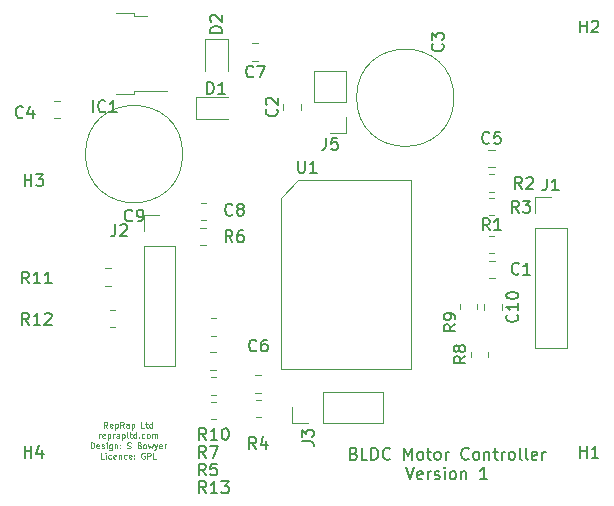
<source format=gbr>
%TF.GenerationSoftware,KiCad,Pcbnew,5.1.10-88a1d61d58~90~ubuntu20.04.1*%
%TF.CreationDate,2021-10-19T17:00:37+01:00*%
%TF.ProjectId,L6235-breakout,4c363233-352d-4627-9265-616b6f75742e,rev?*%
%TF.SameCoordinates,Original*%
%TF.FileFunction,Legend,Top*%
%TF.FilePolarity,Positive*%
%FSLAX46Y46*%
G04 Gerber Fmt 4.6, Leading zero omitted, Abs format (unit mm)*
G04 Created by KiCad (PCBNEW 5.1.10-88a1d61d58~90~ubuntu20.04.1) date 2021-10-19 17:00:37*
%MOMM*%
%LPD*%
G01*
G04 APERTURE LIST*
%ADD10C,0.150000*%
%ADD11C,0.125000*%
%ADD12C,0.120000*%
G04 APERTURE END LIST*
D10*
X32119047Y-186103571D02*
X32261904Y-186151190D01*
X32309523Y-186198809D01*
X32357142Y-186294047D01*
X32357142Y-186436904D01*
X32309523Y-186532142D01*
X32261904Y-186579761D01*
X32166666Y-186627380D01*
X31785714Y-186627380D01*
X31785714Y-185627380D01*
X32119047Y-185627380D01*
X32214285Y-185675000D01*
X32261904Y-185722619D01*
X32309523Y-185817857D01*
X32309523Y-185913095D01*
X32261904Y-186008333D01*
X32214285Y-186055952D01*
X32119047Y-186103571D01*
X31785714Y-186103571D01*
X33261904Y-186627380D02*
X32785714Y-186627380D01*
X32785714Y-185627380D01*
X33595238Y-186627380D02*
X33595238Y-185627380D01*
X33833333Y-185627380D01*
X33976190Y-185675000D01*
X34071428Y-185770238D01*
X34119047Y-185865476D01*
X34166666Y-186055952D01*
X34166666Y-186198809D01*
X34119047Y-186389285D01*
X34071428Y-186484523D01*
X33976190Y-186579761D01*
X33833333Y-186627380D01*
X33595238Y-186627380D01*
X35166666Y-186532142D02*
X35119047Y-186579761D01*
X34976190Y-186627380D01*
X34880952Y-186627380D01*
X34738095Y-186579761D01*
X34642857Y-186484523D01*
X34595238Y-186389285D01*
X34547619Y-186198809D01*
X34547619Y-186055952D01*
X34595238Y-185865476D01*
X34642857Y-185770238D01*
X34738095Y-185675000D01*
X34880952Y-185627380D01*
X34976190Y-185627380D01*
X35119047Y-185675000D01*
X35166666Y-185722619D01*
X36357142Y-186627380D02*
X36357142Y-185627380D01*
X36690476Y-186341666D01*
X37023809Y-185627380D01*
X37023809Y-186627380D01*
X37642857Y-186627380D02*
X37547619Y-186579761D01*
X37500000Y-186532142D01*
X37452380Y-186436904D01*
X37452380Y-186151190D01*
X37500000Y-186055952D01*
X37547619Y-186008333D01*
X37642857Y-185960714D01*
X37785714Y-185960714D01*
X37880952Y-186008333D01*
X37928571Y-186055952D01*
X37976190Y-186151190D01*
X37976190Y-186436904D01*
X37928571Y-186532142D01*
X37880952Y-186579761D01*
X37785714Y-186627380D01*
X37642857Y-186627380D01*
X38261904Y-185960714D02*
X38642857Y-185960714D01*
X38404761Y-185627380D02*
X38404761Y-186484523D01*
X38452380Y-186579761D01*
X38547619Y-186627380D01*
X38642857Y-186627380D01*
X39119047Y-186627380D02*
X39023809Y-186579761D01*
X38976190Y-186532142D01*
X38928571Y-186436904D01*
X38928571Y-186151190D01*
X38976190Y-186055952D01*
X39023809Y-186008333D01*
X39119047Y-185960714D01*
X39261904Y-185960714D01*
X39357142Y-186008333D01*
X39404761Y-186055952D01*
X39452380Y-186151190D01*
X39452380Y-186436904D01*
X39404761Y-186532142D01*
X39357142Y-186579761D01*
X39261904Y-186627380D01*
X39119047Y-186627380D01*
X39880952Y-186627380D02*
X39880952Y-185960714D01*
X39880952Y-186151190D02*
X39928571Y-186055952D01*
X39976190Y-186008333D01*
X40071428Y-185960714D01*
X40166666Y-185960714D01*
X41833333Y-186532142D02*
X41785714Y-186579761D01*
X41642857Y-186627380D01*
X41547619Y-186627380D01*
X41404761Y-186579761D01*
X41309523Y-186484523D01*
X41261904Y-186389285D01*
X41214285Y-186198809D01*
X41214285Y-186055952D01*
X41261904Y-185865476D01*
X41309523Y-185770238D01*
X41404761Y-185675000D01*
X41547619Y-185627380D01*
X41642857Y-185627380D01*
X41785714Y-185675000D01*
X41833333Y-185722619D01*
X42404761Y-186627380D02*
X42309523Y-186579761D01*
X42261904Y-186532142D01*
X42214285Y-186436904D01*
X42214285Y-186151190D01*
X42261904Y-186055952D01*
X42309523Y-186008333D01*
X42404761Y-185960714D01*
X42547619Y-185960714D01*
X42642857Y-186008333D01*
X42690476Y-186055952D01*
X42738095Y-186151190D01*
X42738095Y-186436904D01*
X42690476Y-186532142D01*
X42642857Y-186579761D01*
X42547619Y-186627380D01*
X42404761Y-186627380D01*
X43166666Y-185960714D02*
X43166666Y-186627380D01*
X43166666Y-186055952D02*
X43214285Y-186008333D01*
X43309523Y-185960714D01*
X43452380Y-185960714D01*
X43547619Y-186008333D01*
X43595238Y-186103571D01*
X43595238Y-186627380D01*
X43928571Y-185960714D02*
X44309523Y-185960714D01*
X44071428Y-185627380D02*
X44071428Y-186484523D01*
X44119047Y-186579761D01*
X44214285Y-186627380D01*
X44309523Y-186627380D01*
X44642857Y-186627380D02*
X44642857Y-185960714D01*
X44642857Y-186151190D02*
X44690476Y-186055952D01*
X44738095Y-186008333D01*
X44833333Y-185960714D01*
X44928571Y-185960714D01*
X45404761Y-186627380D02*
X45309523Y-186579761D01*
X45261904Y-186532142D01*
X45214285Y-186436904D01*
X45214285Y-186151190D01*
X45261904Y-186055952D01*
X45309523Y-186008333D01*
X45404761Y-185960714D01*
X45547619Y-185960714D01*
X45642857Y-186008333D01*
X45690476Y-186055952D01*
X45738095Y-186151190D01*
X45738095Y-186436904D01*
X45690476Y-186532142D01*
X45642857Y-186579761D01*
X45547619Y-186627380D01*
X45404761Y-186627380D01*
X46309523Y-186627380D02*
X46214285Y-186579761D01*
X46166666Y-186484523D01*
X46166666Y-185627380D01*
X46833333Y-186627380D02*
X46738095Y-186579761D01*
X46690476Y-186484523D01*
X46690476Y-185627380D01*
X47595238Y-186579761D02*
X47500000Y-186627380D01*
X47309523Y-186627380D01*
X47214285Y-186579761D01*
X47166666Y-186484523D01*
X47166666Y-186103571D01*
X47214285Y-186008333D01*
X47309523Y-185960714D01*
X47500000Y-185960714D01*
X47595238Y-186008333D01*
X47642857Y-186103571D01*
X47642857Y-186198809D01*
X47166666Y-186294047D01*
X48071428Y-186627380D02*
X48071428Y-185960714D01*
X48071428Y-186151190D02*
X48119047Y-186055952D01*
X48166666Y-186008333D01*
X48261904Y-185960714D01*
X48357142Y-185960714D01*
X36523809Y-187277380D02*
X36857142Y-188277380D01*
X37190476Y-187277380D01*
X37904761Y-188229761D02*
X37809523Y-188277380D01*
X37619047Y-188277380D01*
X37523809Y-188229761D01*
X37476190Y-188134523D01*
X37476190Y-187753571D01*
X37523809Y-187658333D01*
X37619047Y-187610714D01*
X37809523Y-187610714D01*
X37904761Y-187658333D01*
X37952380Y-187753571D01*
X37952380Y-187848809D01*
X37476190Y-187944047D01*
X38380952Y-188277380D02*
X38380952Y-187610714D01*
X38380952Y-187801190D02*
X38428571Y-187705952D01*
X38476190Y-187658333D01*
X38571428Y-187610714D01*
X38666666Y-187610714D01*
X38952380Y-188229761D02*
X39047619Y-188277380D01*
X39238095Y-188277380D01*
X39333333Y-188229761D01*
X39380952Y-188134523D01*
X39380952Y-188086904D01*
X39333333Y-187991666D01*
X39238095Y-187944047D01*
X39095238Y-187944047D01*
X39000000Y-187896428D01*
X38952380Y-187801190D01*
X38952380Y-187753571D01*
X39000000Y-187658333D01*
X39095238Y-187610714D01*
X39238095Y-187610714D01*
X39333333Y-187658333D01*
X39809523Y-188277380D02*
X39809523Y-187610714D01*
X39809523Y-187277380D02*
X39761904Y-187325000D01*
X39809523Y-187372619D01*
X39857142Y-187325000D01*
X39809523Y-187277380D01*
X39809523Y-187372619D01*
X40428571Y-188277380D02*
X40333333Y-188229761D01*
X40285714Y-188182142D01*
X40238095Y-188086904D01*
X40238095Y-187801190D01*
X40285714Y-187705952D01*
X40333333Y-187658333D01*
X40428571Y-187610714D01*
X40571428Y-187610714D01*
X40666666Y-187658333D01*
X40714285Y-187705952D01*
X40761904Y-187801190D01*
X40761904Y-188086904D01*
X40714285Y-188182142D01*
X40666666Y-188229761D01*
X40571428Y-188277380D01*
X40428571Y-188277380D01*
X41190476Y-187610714D02*
X41190476Y-188277380D01*
X41190476Y-187705952D02*
X41238095Y-187658333D01*
X41333333Y-187610714D01*
X41476190Y-187610714D01*
X41571428Y-187658333D01*
X41619047Y-187753571D01*
X41619047Y-188277380D01*
X43380952Y-188277380D02*
X42809523Y-188277380D01*
X43095238Y-188277380D02*
X43095238Y-187277380D01*
X43000000Y-187420238D01*
X42904761Y-187515476D01*
X42809523Y-187563095D01*
D11*
X11250000Y-183913690D02*
X11083333Y-183675595D01*
X10964285Y-183913690D02*
X10964285Y-183413690D01*
X11154761Y-183413690D01*
X11202380Y-183437500D01*
X11226190Y-183461309D01*
X11250000Y-183508928D01*
X11250000Y-183580357D01*
X11226190Y-183627976D01*
X11202380Y-183651785D01*
X11154761Y-183675595D01*
X10964285Y-183675595D01*
X11654761Y-183889880D02*
X11607142Y-183913690D01*
X11511904Y-183913690D01*
X11464285Y-183889880D01*
X11440476Y-183842261D01*
X11440476Y-183651785D01*
X11464285Y-183604166D01*
X11511904Y-183580357D01*
X11607142Y-183580357D01*
X11654761Y-183604166D01*
X11678571Y-183651785D01*
X11678571Y-183699404D01*
X11440476Y-183747023D01*
X11892857Y-183580357D02*
X11892857Y-184080357D01*
X11892857Y-183604166D02*
X11940476Y-183580357D01*
X12035714Y-183580357D01*
X12083333Y-183604166D01*
X12107142Y-183627976D01*
X12130952Y-183675595D01*
X12130952Y-183818452D01*
X12107142Y-183866071D01*
X12083333Y-183889880D01*
X12035714Y-183913690D01*
X11940476Y-183913690D01*
X11892857Y-183889880D01*
X12630952Y-183913690D02*
X12464285Y-183675595D01*
X12345238Y-183913690D02*
X12345238Y-183413690D01*
X12535714Y-183413690D01*
X12583333Y-183437500D01*
X12607142Y-183461309D01*
X12630952Y-183508928D01*
X12630952Y-183580357D01*
X12607142Y-183627976D01*
X12583333Y-183651785D01*
X12535714Y-183675595D01*
X12345238Y-183675595D01*
X13059523Y-183913690D02*
X13059523Y-183651785D01*
X13035714Y-183604166D01*
X12988095Y-183580357D01*
X12892857Y-183580357D01*
X12845238Y-183604166D01*
X13059523Y-183889880D02*
X13011904Y-183913690D01*
X12892857Y-183913690D01*
X12845238Y-183889880D01*
X12821428Y-183842261D01*
X12821428Y-183794642D01*
X12845238Y-183747023D01*
X12892857Y-183723214D01*
X13011904Y-183723214D01*
X13059523Y-183699404D01*
X13297619Y-183580357D02*
X13297619Y-184080357D01*
X13297619Y-183604166D02*
X13345238Y-183580357D01*
X13440476Y-183580357D01*
X13488095Y-183604166D01*
X13511904Y-183627976D01*
X13535714Y-183675595D01*
X13535714Y-183818452D01*
X13511904Y-183866071D01*
X13488095Y-183889880D01*
X13440476Y-183913690D01*
X13345238Y-183913690D01*
X13297619Y-183889880D01*
X14369047Y-183913690D02*
X14130952Y-183913690D01*
X14130952Y-183413690D01*
X14464285Y-183580357D02*
X14654761Y-183580357D01*
X14535714Y-183413690D02*
X14535714Y-183842261D01*
X14559523Y-183889880D01*
X14607142Y-183913690D01*
X14654761Y-183913690D01*
X15035714Y-183913690D02*
X15035714Y-183413690D01*
X15035714Y-183889880D02*
X14988095Y-183913690D01*
X14892857Y-183913690D01*
X14845238Y-183889880D01*
X14821428Y-183866071D01*
X14797619Y-183818452D01*
X14797619Y-183675595D01*
X14821428Y-183627976D01*
X14845238Y-183604166D01*
X14892857Y-183580357D01*
X14988095Y-183580357D01*
X15035714Y-183604166D01*
X10523809Y-184788690D02*
X10523809Y-184455357D01*
X10523809Y-184550595D02*
X10547619Y-184502976D01*
X10571428Y-184479166D01*
X10619047Y-184455357D01*
X10666666Y-184455357D01*
X11023809Y-184764880D02*
X10976190Y-184788690D01*
X10880952Y-184788690D01*
X10833333Y-184764880D01*
X10809523Y-184717261D01*
X10809523Y-184526785D01*
X10833333Y-184479166D01*
X10880952Y-184455357D01*
X10976190Y-184455357D01*
X11023809Y-184479166D01*
X11047619Y-184526785D01*
X11047619Y-184574404D01*
X10809523Y-184622023D01*
X11261904Y-184455357D02*
X11261904Y-184955357D01*
X11261904Y-184479166D02*
X11309523Y-184455357D01*
X11404761Y-184455357D01*
X11452380Y-184479166D01*
X11476190Y-184502976D01*
X11500000Y-184550595D01*
X11500000Y-184693452D01*
X11476190Y-184741071D01*
X11452380Y-184764880D01*
X11404761Y-184788690D01*
X11309523Y-184788690D01*
X11261904Y-184764880D01*
X11714285Y-184788690D02*
X11714285Y-184455357D01*
X11714285Y-184550595D02*
X11738095Y-184502976D01*
X11761904Y-184479166D01*
X11809523Y-184455357D01*
X11857142Y-184455357D01*
X12238095Y-184788690D02*
X12238095Y-184526785D01*
X12214285Y-184479166D01*
X12166666Y-184455357D01*
X12071428Y-184455357D01*
X12023809Y-184479166D01*
X12238095Y-184764880D02*
X12190476Y-184788690D01*
X12071428Y-184788690D01*
X12023809Y-184764880D01*
X12000000Y-184717261D01*
X12000000Y-184669642D01*
X12023809Y-184622023D01*
X12071428Y-184598214D01*
X12190476Y-184598214D01*
X12238095Y-184574404D01*
X12476190Y-184455357D02*
X12476190Y-184955357D01*
X12476190Y-184479166D02*
X12523809Y-184455357D01*
X12619047Y-184455357D01*
X12666666Y-184479166D01*
X12690476Y-184502976D01*
X12714285Y-184550595D01*
X12714285Y-184693452D01*
X12690476Y-184741071D01*
X12666666Y-184764880D01*
X12619047Y-184788690D01*
X12523809Y-184788690D01*
X12476190Y-184764880D01*
X13000000Y-184788690D02*
X12952380Y-184764880D01*
X12928571Y-184717261D01*
X12928571Y-184288690D01*
X13119047Y-184455357D02*
X13309523Y-184455357D01*
X13190476Y-184288690D02*
X13190476Y-184717261D01*
X13214285Y-184764880D01*
X13261904Y-184788690D01*
X13309523Y-184788690D01*
X13690476Y-184788690D02*
X13690476Y-184288690D01*
X13690476Y-184764880D02*
X13642857Y-184788690D01*
X13547619Y-184788690D01*
X13500000Y-184764880D01*
X13476190Y-184741071D01*
X13452380Y-184693452D01*
X13452380Y-184550595D01*
X13476190Y-184502976D01*
X13500000Y-184479166D01*
X13547619Y-184455357D01*
X13642857Y-184455357D01*
X13690476Y-184479166D01*
X13928571Y-184741071D02*
X13952380Y-184764880D01*
X13928571Y-184788690D01*
X13904761Y-184764880D01*
X13928571Y-184741071D01*
X13928571Y-184788690D01*
X14380952Y-184764880D02*
X14333333Y-184788690D01*
X14238095Y-184788690D01*
X14190476Y-184764880D01*
X14166666Y-184741071D01*
X14142857Y-184693452D01*
X14142857Y-184550595D01*
X14166666Y-184502976D01*
X14190476Y-184479166D01*
X14238095Y-184455357D01*
X14333333Y-184455357D01*
X14380952Y-184479166D01*
X14666666Y-184788690D02*
X14619047Y-184764880D01*
X14595238Y-184741071D01*
X14571428Y-184693452D01*
X14571428Y-184550595D01*
X14595238Y-184502976D01*
X14619047Y-184479166D01*
X14666666Y-184455357D01*
X14738095Y-184455357D01*
X14785714Y-184479166D01*
X14809523Y-184502976D01*
X14833333Y-184550595D01*
X14833333Y-184693452D01*
X14809523Y-184741071D01*
X14785714Y-184764880D01*
X14738095Y-184788690D01*
X14666666Y-184788690D01*
X15047619Y-184788690D02*
X15047619Y-184455357D01*
X15047619Y-184502976D02*
X15071428Y-184479166D01*
X15119047Y-184455357D01*
X15190476Y-184455357D01*
X15238095Y-184479166D01*
X15261904Y-184526785D01*
X15261904Y-184788690D01*
X15261904Y-184526785D02*
X15285714Y-184479166D01*
X15333333Y-184455357D01*
X15404761Y-184455357D01*
X15452380Y-184479166D01*
X15476190Y-184526785D01*
X15476190Y-184788690D01*
X9845238Y-185663690D02*
X9845238Y-185163690D01*
X9964285Y-185163690D01*
X10035714Y-185187500D01*
X10083333Y-185235119D01*
X10107142Y-185282738D01*
X10130952Y-185377976D01*
X10130952Y-185449404D01*
X10107142Y-185544642D01*
X10083333Y-185592261D01*
X10035714Y-185639880D01*
X9964285Y-185663690D01*
X9845238Y-185663690D01*
X10535714Y-185639880D02*
X10488095Y-185663690D01*
X10392857Y-185663690D01*
X10345238Y-185639880D01*
X10321428Y-185592261D01*
X10321428Y-185401785D01*
X10345238Y-185354166D01*
X10392857Y-185330357D01*
X10488095Y-185330357D01*
X10535714Y-185354166D01*
X10559523Y-185401785D01*
X10559523Y-185449404D01*
X10321428Y-185497023D01*
X10750000Y-185639880D02*
X10797619Y-185663690D01*
X10892857Y-185663690D01*
X10940476Y-185639880D01*
X10964285Y-185592261D01*
X10964285Y-185568452D01*
X10940476Y-185520833D01*
X10892857Y-185497023D01*
X10821428Y-185497023D01*
X10773809Y-185473214D01*
X10750000Y-185425595D01*
X10750000Y-185401785D01*
X10773809Y-185354166D01*
X10821428Y-185330357D01*
X10892857Y-185330357D01*
X10940476Y-185354166D01*
X11178571Y-185663690D02*
X11178571Y-185330357D01*
X11178571Y-185163690D02*
X11154761Y-185187500D01*
X11178571Y-185211309D01*
X11202380Y-185187500D01*
X11178571Y-185163690D01*
X11178571Y-185211309D01*
X11630952Y-185330357D02*
X11630952Y-185735119D01*
X11607142Y-185782738D01*
X11583333Y-185806547D01*
X11535714Y-185830357D01*
X11464285Y-185830357D01*
X11416666Y-185806547D01*
X11630952Y-185639880D02*
X11583333Y-185663690D01*
X11488095Y-185663690D01*
X11440476Y-185639880D01*
X11416666Y-185616071D01*
X11392857Y-185568452D01*
X11392857Y-185425595D01*
X11416666Y-185377976D01*
X11440476Y-185354166D01*
X11488095Y-185330357D01*
X11583333Y-185330357D01*
X11630952Y-185354166D01*
X11869047Y-185330357D02*
X11869047Y-185663690D01*
X11869047Y-185377976D02*
X11892857Y-185354166D01*
X11940476Y-185330357D01*
X12011904Y-185330357D01*
X12059523Y-185354166D01*
X12083333Y-185401785D01*
X12083333Y-185663690D01*
X12321428Y-185616071D02*
X12345238Y-185639880D01*
X12321428Y-185663690D01*
X12297619Y-185639880D01*
X12321428Y-185616071D01*
X12321428Y-185663690D01*
X12321428Y-185354166D02*
X12345238Y-185377976D01*
X12321428Y-185401785D01*
X12297619Y-185377976D01*
X12321428Y-185354166D01*
X12321428Y-185401785D01*
X12916666Y-185639880D02*
X12988095Y-185663690D01*
X13107142Y-185663690D01*
X13154761Y-185639880D01*
X13178571Y-185616071D01*
X13202380Y-185568452D01*
X13202380Y-185520833D01*
X13178571Y-185473214D01*
X13154761Y-185449404D01*
X13107142Y-185425595D01*
X13011904Y-185401785D01*
X12964285Y-185377976D01*
X12940476Y-185354166D01*
X12916666Y-185306547D01*
X12916666Y-185258928D01*
X12940476Y-185211309D01*
X12964285Y-185187500D01*
X13011904Y-185163690D01*
X13130952Y-185163690D01*
X13202380Y-185187500D01*
X13964285Y-185401785D02*
X14035714Y-185425595D01*
X14059523Y-185449404D01*
X14083333Y-185497023D01*
X14083333Y-185568452D01*
X14059523Y-185616071D01*
X14035714Y-185639880D01*
X13988095Y-185663690D01*
X13797619Y-185663690D01*
X13797619Y-185163690D01*
X13964285Y-185163690D01*
X14011904Y-185187500D01*
X14035714Y-185211309D01*
X14059523Y-185258928D01*
X14059523Y-185306547D01*
X14035714Y-185354166D01*
X14011904Y-185377976D01*
X13964285Y-185401785D01*
X13797619Y-185401785D01*
X14369047Y-185663690D02*
X14321428Y-185639880D01*
X14297619Y-185616071D01*
X14273809Y-185568452D01*
X14273809Y-185425595D01*
X14297619Y-185377976D01*
X14321428Y-185354166D01*
X14369047Y-185330357D01*
X14440476Y-185330357D01*
X14488095Y-185354166D01*
X14511904Y-185377976D01*
X14535714Y-185425595D01*
X14535714Y-185568452D01*
X14511904Y-185616071D01*
X14488095Y-185639880D01*
X14440476Y-185663690D01*
X14369047Y-185663690D01*
X14702380Y-185330357D02*
X14797619Y-185663690D01*
X14892857Y-185425595D01*
X14988095Y-185663690D01*
X15083333Y-185330357D01*
X15226190Y-185330357D02*
X15345238Y-185663690D01*
X15464285Y-185330357D02*
X15345238Y-185663690D01*
X15297619Y-185782738D01*
X15273809Y-185806547D01*
X15226190Y-185830357D01*
X15845238Y-185639880D02*
X15797619Y-185663690D01*
X15702380Y-185663690D01*
X15654761Y-185639880D01*
X15630952Y-185592261D01*
X15630952Y-185401785D01*
X15654761Y-185354166D01*
X15702380Y-185330357D01*
X15797619Y-185330357D01*
X15845238Y-185354166D01*
X15869047Y-185401785D01*
X15869047Y-185449404D01*
X15630952Y-185497023D01*
X16083333Y-185663690D02*
X16083333Y-185330357D01*
X16083333Y-185425595D02*
X16107142Y-185377976D01*
X16130952Y-185354166D01*
X16178571Y-185330357D01*
X16226190Y-185330357D01*
X10940476Y-186538690D02*
X10702380Y-186538690D01*
X10702380Y-186038690D01*
X11107142Y-186538690D02*
X11107142Y-186205357D01*
X11107142Y-186038690D02*
X11083333Y-186062500D01*
X11107142Y-186086309D01*
X11130952Y-186062500D01*
X11107142Y-186038690D01*
X11107142Y-186086309D01*
X11559523Y-186514880D02*
X11511904Y-186538690D01*
X11416666Y-186538690D01*
X11369047Y-186514880D01*
X11345238Y-186491071D01*
X11321428Y-186443452D01*
X11321428Y-186300595D01*
X11345238Y-186252976D01*
X11369047Y-186229166D01*
X11416666Y-186205357D01*
X11511904Y-186205357D01*
X11559523Y-186229166D01*
X11964285Y-186514880D02*
X11916666Y-186538690D01*
X11821428Y-186538690D01*
X11773809Y-186514880D01*
X11750000Y-186467261D01*
X11750000Y-186276785D01*
X11773809Y-186229166D01*
X11821428Y-186205357D01*
X11916666Y-186205357D01*
X11964285Y-186229166D01*
X11988095Y-186276785D01*
X11988095Y-186324404D01*
X11750000Y-186372023D01*
X12202380Y-186205357D02*
X12202380Y-186538690D01*
X12202380Y-186252976D02*
X12226190Y-186229166D01*
X12273809Y-186205357D01*
X12345238Y-186205357D01*
X12392857Y-186229166D01*
X12416666Y-186276785D01*
X12416666Y-186538690D01*
X12869047Y-186514880D02*
X12821428Y-186538690D01*
X12726190Y-186538690D01*
X12678571Y-186514880D01*
X12654761Y-186491071D01*
X12630952Y-186443452D01*
X12630952Y-186300595D01*
X12654761Y-186252976D01*
X12678571Y-186229166D01*
X12726190Y-186205357D01*
X12821428Y-186205357D01*
X12869047Y-186229166D01*
X13273809Y-186514880D02*
X13226190Y-186538690D01*
X13130952Y-186538690D01*
X13083333Y-186514880D01*
X13059523Y-186467261D01*
X13059523Y-186276785D01*
X13083333Y-186229166D01*
X13130952Y-186205357D01*
X13226190Y-186205357D01*
X13273809Y-186229166D01*
X13297619Y-186276785D01*
X13297619Y-186324404D01*
X13059523Y-186372023D01*
X13511904Y-186491071D02*
X13535714Y-186514880D01*
X13511904Y-186538690D01*
X13488095Y-186514880D01*
X13511904Y-186491071D01*
X13511904Y-186538690D01*
X13511904Y-186229166D02*
X13535714Y-186252976D01*
X13511904Y-186276785D01*
X13488095Y-186252976D01*
X13511904Y-186229166D01*
X13511904Y-186276785D01*
X14392857Y-186062500D02*
X14345238Y-186038690D01*
X14273809Y-186038690D01*
X14202380Y-186062500D01*
X14154761Y-186110119D01*
X14130952Y-186157738D01*
X14107142Y-186252976D01*
X14107142Y-186324404D01*
X14130952Y-186419642D01*
X14154761Y-186467261D01*
X14202380Y-186514880D01*
X14273809Y-186538690D01*
X14321428Y-186538690D01*
X14392857Y-186514880D01*
X14416666Y-186491071D01*
X14416666Y-186324404D01*
X14321428Y-186324404D01*
X14630952Y-186538690D02*
X14630952Y-186038690D01*
X14821428Y-186038690D01*
X14869047Y-186062500D01*
X14892857Y-186086309D01*
X14916666Y-186133928D01*
X14916666Y-186205357D01*
X14892857Y-186252976D01*
X14869047Y-186276785D01*
X14821428Y-186300595D01*
X14630952Y-186300595D01*
X15369047Y-186538690D02*
X15130952Y-186538690D01*
X15130952Y-186038690D01*
D12*
%TO.C,C1*%
X43513148Y-171245200D02*
X44035652Y-171245200D01*
X43513148Y-169775200D02*
X44035652Y-169775200D01*
%TO.C,C2*%
X27620900Y-157032552D02*
X27620900Y-156510048D01*
X26150900Y-157032552D02*
X26150900Y-156510048D01*
%TO.C,C3*%
X40581700Y-155984000D02*
G75*
G03*
X40581700Y-155984000I-4120000J0D01*
G01*
%TO.C,C5*%
X43500448Y-160364500D02*
X44022952Y-160364500D01*
X43500448Y-161834500D02*
X44022952Y-161834500D01*
%TO.C,C6*%
X23764648Y-180948000D02*
X24287152Y-180948000D01*
X23764648Y-179478000D02*
X24287152Y-179478000D01*
%TO.C,C7*%
X24022952Y-152855600D02*
X23500448Y-152855600D01*
X24022952Y-151385600D02*
X23500448Y-151385600D01*
%TO.C,C8*%
X19083348Y-166993900D02*
X19605852Y-166993900D01*
X19083348Y-168463900D02*
X19605852Y-168463900D01*
%TO.C,C10*%
X43153700Y-173436648D02*
X43153700Y-173959152D01*
X44623700Y-173436648D02*
X44623700Y-173959152D01*
%TO.C,D1*%
X18747000Y-157805000D02*
X21432000Y-157805000D01*
X18747000Y-155885000D02*
X18747000Y-157805000D01*
X21432000Y-155885000D02*
X18747000Y-155885000D01*
%TO.C,D2*%
X21432400Y-153727900D02*
X21432400Y-151042900D01*
X21432400Y-151042900D02*
X19512400Y-151042900D01*
X19512400Y-151042900D02*
X19512400Y-153727900D01*
%TO.C,J1*%
X47463400Y-164379600D02*
X48793400Y-164379600D01*
X47463400Y-165709600D02*
X47463400Y-164379600D01*
X47463400Y-166979600D02*
X50123400Y-166979600D01*
X50123400Y-166979600D02*
X50123400Y-177199600D01*
X47463400Y-166979600D02*
X47463400Y-177199600D01*
X47463400Y-177199600D02*
X50123400Y-177199600D01*
%TO.C,J2*%
X14303700Y-178736300D02*
X16963700Y-178736300D01*
X14303700Y-168516300D02*
X14303700Y-178736300D01*
X16963700Y-168516300D02*
X16963700Y-178736300D01*
X14303700Y-168516300D02*
X16963700Y-168516300D01*
X14303700Y-167246300D02*
X14303700Y-165916300D01*
X14303700Y-165916300D02*
X15633700Y-165916300D01*
%TO.C,J3*%
X34604000Y-183524200D02*
X34604000Y-180864200D01*
X29464000Y-183524200D02*
X34604000Y-183524200D01*
X29464000Y-180864200D02*
X34604000Y-180864200D01*
X29464000Y-183524200D02*
X29464000Y-180864200D01*
X28194000Y-183524200D02*
X26864000Y-183524200D01*
X26864000Y-183524200D02*
X26864000Y-182194200D01*
%TO.C,J5*%
X31416300Y-153737000D02*
X28756300Y-153737000D01*
X31416300Y-156337000D02*
X31416300Y-153737000D01*
X28756300Y-156337000D02*
X28756300Y-153737000D01*
X31416300Y-156337000D02*
X28756300Y-156337000D01*
X31416300Y-157607000D02*
X31416300Y-158937000D01*
X31416300Y-158937000D02*
X30086300Y-158937000D01*
%TO.C,R1*%
X43547936Y-167667000D02*
X44002064Y-167667000D01*
X43547936Y-169137000D02*
X44002064Y-169137000D01*
%TO.C,R2*%
X43535236Y-165898500D02*
X43989364Y-165898500D01*
X43535236Y-164428500D02*
X43989364Y-164428500D01*
%TO.C,R3*%
X43989364Y-163930000D02*
X43535236Y-163930000D01*
X43989364Y-162460000D02*
X43535236Y-162460000D01*
%TO.C,R4*%
X23812136Y-181573500D02*
X24266264Y-181573500D01*
X23812136Y-183043500D02*
X24266264Y-183043500D01*
%TO.C,R5*%
X19993236Y-179643100D02*
X20447364Y-179643100D01*
X19993236Y-181113100D02*
X20447364Y-181113100D01*
%TO.C,R6*%
X19609164Y-164873000D02*
X19155036Y-164873000D01*
X19609164Y-166343000D02*
X19155036Y-166343000D01*
%TO.C,R7*%
X19955136Y-177534900D02*
X20409264Y-177534900D01*
X19955136Y-179004900D02*
X20409264Y-179004900D01*
%TO.C,R8*%
X43483200Y-177925464D02*
X43483200Y-177471336D01*
X42013200Y-177925464D02*
X42013200Y-177471336D01*
%TO.C,R9*%
X42530700Y-173420036D02*
X42530700Y-173874164D01*
X41060700Y-173420036D02*
X41060700Y-173874164D01*
%TO.C,R10*%
X20018636Y-176122000D02*
X20472764Y-176122000D01*
X20018636Y-174652000D02*
X20472764Y-174652000D01*
%TO.C,R11*%
X11074036Y-170422900D02*
X11528164Y-170422900D01*
X11074036Y-171892900D02*
X11528164Y-171892900D01*
%TO.C,R12*%
X11429636Y-175385400D02*
X11883764Y-175385400D01*
X11429636Y-173915400D02*
X11883764Y-173915400D01*
%TO.C,R13*%
X20018636Y-183221300D02*
X20472764Y-183221300D01*
X20018636Y-181751300D02*
X20472764Y-181751300D01*
%TO.C,U1*%
X36907100Y-178980100D02*
X25907100Y-178980100D01*
X36907100Y-162980100D02*
X36907100Y-178980100D01*
X25907100Y-164480100D02*
X27407100Y-162980100D01*
X25907100Y-178980100D02*
X25907100Y-164480100D01*
X27407100Y-162980100D02*
X36907100Y-162980100D01*
%TO.C,C9*%
X17620000Y-160750000D02*
G75*
G03*
X17620000Y-160750000I-4120000J0D01*
G01*
%TO.C,IC1*%
X11970000Y-155700000D02*
X13470000Y-155700000D01*
X13470000Y-155700000D02*
X13470000Y-155430000D01*
X13470000Y-155430000D02*
X16300000Y-155430000D01*
X11970000Y-148800000D02*
X13470000Y-148800000D01*
X13470000Y-148800000D02*
X13470000Y-149070000D01*
X13470000Y-149070000D02*
X14570000Y-149070000D01*
%TO.C,C4*%
X6738748Y-156265000D02*
X7261252Y-156265000D01*
X6738748Y-157735000D02*
X7261252Y-157735000D01*
%TO.C,C1*%
D10*
X46083333Y-170857142D02*
X46035714Y-170904761D01*
X45892857Y-170952380D01*
X45797619Y-170952380D01*
X45654761Y-170904761D01*
X45559523Y-170809523D01*
X45511904Y-170714285D01*
X45464285Y-170523809D01*
X45464285Y-170380952D01*
X45511904Y-170190476D01*
X45559523Y-170095238D01*
X45654761Y-170000000D01*
X45797619Y-169952380D01*
X45892857Y-169952380D01*
X46035714Y-170000000D01*
X46083333Y-170047619D01*
X47035714Y-170952380D02*
X46464285Y-170952380D01*
X46750000Y-170952380D02*
X46750000Y-169952380D01*
X46654761Y-170095238D01*
X46559523Y-170190476D01*
X46464285Y-170238095D01*
%TO.C,C2*%
X25563042Y-156937966D02*
X25610661Y-156985585D01*
X25658280Y-157128442D01*
X25658280Y-157223680D01*
X25610661Y-157366538D01*
X25515423Y-157461776D01*
X25420185Y-157509395D01*
X25229709Y-157557014D01*
X25086852Y-157557014D01*
X24896376Y-157509395D01*
X24801138Y-157461776D01*
X24705900Y-157366538D01*
X24658280Y-157223680D01*
X24658280Y-157128442D01*
X24705900Y-156985585D01*
X24753519Y-156937966D01*
X24753519Y-156557014D02*
X24705900Y-156509395D01*
X24658280Y-156414157D01*
X24658280Y-156176061D01*
X24705900Y-156080823D01*
X24753519Y-156033204D01*
X24848757Y-155985585D01*
X24943995Y-155985585D01*
X25086852Y-156033204D01*
X25658280Y-156604633D01*
X25658280Y-155985585D01*
%TO.C,C3*%
X39607142Y-151416666D02*
X39654761Y-151464285D01*
X39702380Y-151607142D01*
X39702380Y-151702380D01*
X39654761Y-151845238D01*
X39559523Y-151940476D01*
X39464285Y-151988095D01*
X39273809Y-152035714D01*
X39130952Y-152035714D01*
X38940476Y-151988095D01*
X38845238Y-151940476D01*
X38750000Y-151845238D01*
X38702380Y-151702380D01*
X38702380Y-151607142D01*
X38750000Y-151464285D01*
X38797619Y-151416666D01*
X38702380Y-151083333D02*
X38702380Y-150464285D01*
X39083333Y-150797619D01*
X39083333Y-150654761D01*
X39130952Y-150559523D01*
X39178571Y-150511904D01*
X39273809Y-150464285D01*
X39511904Y-150464285D01*
X39607142Y-150511904D01*
X39654761Y-150559523D01*
X39702380Y-150654761D01*
X39702380Y-150940476D01*
X39654761Y-151035714D01*
X39607142Y-151083333D01*
%TO.C,C5*%
X43595033Y-159776642D02*
X43547414Y-159824261D01*
X43404557Y-159871880D01*
X43309319Y-159871880D01*
X43166461Y-159824261D01*
X43071223Y-159729023D01*
X43023604Y-159633785D01*
X42975985Y-159443309D01*
X42975985Y-159300452D01*
X43023604Y-159109976D01*
X43071223Y-159014738D01*
X43166461Y-158919500D01*
X43309319Y-158871880D01*
X43404557Y-158871880D01*
X43547414Y-158919500D01*
X43595033Y-158967119D01*
X44499795Y-158871880D02*
X44023604Y-158871880D01*
X43975985Y-159348071D01*
X44023604Y-159300452D01*
X44118842Y-159252833D01*
X44356938Y-159252833D01*
X44452176Y-159300452D01*
X44499795Y-159348071D01*
X44547414Y-159443309D01*
X44547414Y-159681404D01*
X44499795Y-159776642D01*
X44452176Y-159824261D01*
X44356938Y-159871880D01*
X44118842Y-159871880D01*
X44023604Y-159824261D01*
X43975985Y-159776642D01*
%TO.C,C6*%
X23859233Y-177357142D02*
X23811614Y-177404761D01*
X23668757Y-177452380D01*
X23573519Y-177452380D01*
X23430661Y-177404761D01*
X23335423Y-177309523D01*
X23287804Y-177214285D01*
X23240185Y-177023809D01*
X23240185Y-176880952D01*
X23287804Y-176690476D01*
X23335423Y-176595238D01*
X23430661Y-176500000D01*
X23573519Y-176452380D01*
X23668757Y-176452380D01*
X23811614Y-176500000D01*
X23859233Y-176547619D01*
X24716376Y-176452380D02*
X24525900Y-176452380D01*
X24430661Y-176500000D01*
X24383042Y-176547619D01*
X24287804Y-176690476D01*
X24240185Y-176880952D01*
X24240185Y-177261904D01*
X24287804Y-177357142D01*
X24335423Y-177404761D01*
X24430661Y-177452380D01*
X24621138Y-177452380D01*
X24716376Y-177404761D01*
X24763995Y-177357142D01*
X24811614Y-177261904D01*
X24811614Y-177023809D01*
X24763995Y-176928571D01*
X24716376Y-176880952D01*
X24621138Y-176833333D01*
X24430661Y-176833333D01*
X24335423Y-176880952D01*
X24287804Y-176928571D01*
X24240185Y-177023809D01*
%TO.C,C7*%
X23595033Y-154157742D02*
X23547414Y-154205361D01*
X23404557Y-154252980D01*
X23309319Y-154252980D01*
X23166461Y-154205361D01*
X23071223Y-154110123D01*
X23023604Y-154014885D01*
X22975985Y-153824409D01*
X22975985Y-153681552D01*
X23023604Y-153491076D01*
X23071223Y-153395838D01*
X23166461Y-153300600D01*
X23309319Y-153252980D01*
X23404557Y-153252980D01*
X23547414Y-153300600D01*
X23595033Y-153348219D01*
X23928366Y-153252980D02*
X24595033Y-153252980D01*
X24166461Y-154252980D01*
%TO.C,C8*%
X21833333Y-165857142D02*
X21785714Y-165904761D01*
X21642857Y-165952380D01*
X21547619Y-165952380D01*
X21404761Y-165904761D01*
X21309523Y-165809523D01*
X21261904Y-165714285D01*
X21214285Y-165523809D01*
X21214285Y-165380952D01*
X21261904Y-165190476D01*
X21309523Y-165095238D01*
X21404761Y-165000000D01*
X21547619Y-164952380D01*
X21642857Y-164952380D01*
X21785714Y-165000000D01*
X21833333Y-165047619D01*
X22404761Y-165380952D02*
X22309523Y-165333333D01*
X22261904Y-165285714D01*
X22214285Y-165190476D01*
X22214285Y-165142857D01*
X22261904Y-165047619D01*
X22309523Y-165000000D01*
X22404761Y-164952380D01*
X22595238Y-164952380D01*
X22690476Y-165000000D01*
X22738095Y-165047619D01*
X22785714Y-165142857D01*
X22785714Y-165190476D01*
X22738095Y-165285714D01*
X22690476Y-165333333D01*
X22595238Y-165380952D01*
X22404761Y-165380952D01*
X22309523Y-165428571D01*
X22261904Y-165476190D01*
X22214285Y-165571428D01*
X22214285Y-165761904D01*
X22261904Y-165857142D01*
X22309523Y-165904761D01*
X22404761Y-165952380D01*
X22595238Y-165952380D01*
X22690476Y-165904761D01*
X22738095Y-165857142D01*
X22785714Y-165761904D01*
X22785714Y-165571428D01*
X22738095Y-165476190D01*
X22690476Y-165428571D01*
X22595238Y-165380952D01*
%TO.C,C10*%
X45925842Y-174340757D02*
X45973461Y-174388376D01*
X46021080Y-174531233D01*
X46021080Y-174626471D01*
X45973461Y-174769328D01*
X45878223Y-174864566D01*
X45782985Y-174912185D01*
X45592509Y-174959804D01*
X45449652Y-174959804D01*
X45259176Y-174912185D01*
X45163938Y-174864566D01*
X45068700Y-174769328D01*
X45021080Y-174626471D01*
X45021080Y-174531233D01*
X45068700Y-174388376D01*
X45116319Y-174340757D01*
X46021080Y-173388376D02*
X46021080Y-173959804D01*
X46021080Y-173674090D02*
X45021080Y-173674090D01*
X45163938Y-173769328D01*
X45259176Y-173864566D01*
X45306795Y-173959804D01*
X45021080Y-172769328D02*
X45021080Y-172674090D01*
X45068700Y-172578852D01*
X45116319Y-172531233D01*
X45211557Y-172483614D01*
X45402033Y-172435995D01*
X45640128Y-172435995D01*
X45830604Y-172483614D01*
X45925842Y-172531233D01*
X45973461Y-172578852D01*
X46021080Y-172674090D01*
X46021080Y-172769328D01*
X45973461Y-172864566D01*
X45925842Y-172912185D01*
X45830604Y-172959804D01*
X45640128Y-173007423D01*
X45402033Y-173007423D01*
X45211557Y-172959804D01*
X45116319Y-172912185D01*
X45068700Y-172864566D01*
X45021080Y-172769328D01*
%TO.C,D1*%
X19693904Y-155647380D02*
X19693904Y-154647380D01*
X19932000Y-154647380D01*
X20074857Y-154695000D01*
X20170095Y-154790238D01*
X20217714Y-154885476D01*
X20265333Y-155075952D01*
X20265333Y-155218809D01*
X20217714Y-155409285D01*
X20170095Y-155504523D01*
X20074857Y-155599761D01*
X19932000Y-155647380D01*
X19693904Y-155647380D01*
X21217714Y-155647380D02*
X20646285Y-155647380D01*
X20932000Y-155647380D02*
X20932000Y-154647380D01*
X20836761Y-154790238D01*
X20741523Y-154885476D01*
X20646285Y-154933095D01*
%TO.C,D2*%
X20952380Y-150488095D02*
X19952380Y-150488095D01*
X19952380Y-150250000D01*
X20000000Y-150107142D01*
X20095238Y-150011904D01*
X20190476Y-149964285D01*
X20380952Y-149916666D01*
X20523809Y-149916666D01*
X20714285Y-149964285D01*
X20809523Y-150011904D01*
X20904761Y-150107142D01*
X20952380Y-150250000D01*
X20952380Y-150488095D01*
X20047619Y-149535714D02*
X20000000Y-149488095D01*
X19952380Y-149392857D01*
X19952380Y-149154761D01*
X20000000Y-149059523D01*
X20047619Y-149011904D01*
X20142857Y-148964285D01*
X20238095Y-148964285D01*
X20380952Y-149011904D01*
X20952380Y-149583333D01*
X20952380Y-148964285D01*
%TO.C,J1*%
X48460066Y-162831980D02*
X48460066Y-163546266D01*
X48412447Y-163689123D01*
X48317209Y-163784361D01*
X48174352Y-163831980D01*
X48079114Y-163831980D01*
X49460066Y-163831980D02*
X48888638Y-163831980D01*
X49174352Y-163831980D02*
X49174352Y-162831980D01*
X49079114Y-162974838D01*
X48983876Y-163070076D01*
X48888638Y-163117695D01*
%TO.C,J2*%
X11916666Y-166702380D02*
X11916666Y-167416666D01*
X11869047Y-167559523D01*
X11773809Y-167654761D01*
X11630952Y-167702380D01*
X11535714Y-167702380D01*
X12345238Y-166797619D02*
X12392857Y-166750000D01*
X12488095Y-166702380D01*
X12726190Y-166702380D01*
X12821428Y-166750000D01*
X12869047Y-166797619D01*
X12916666Y-166892857D01*
X12916666Y-166988095D01*
X12869047Y-167130952D01*
X12297619Y-167702380D01*
X12916666Y-167702380D01*
%TO.C,J3*%
X27702380Y-185083333D02*
X28416666Y-185083333D01*
X28559523Y-185130952D01*
X28654761Y-185226190D01*
X28702380Y-185369047D01*
X28702380Y-185464285D01*
X27702380Y-184702380D02*
X27702380Y-184083333D01*
X28083333Y-184416666D01*
X28083333Y-184273809D01*
X28130952Y-184178571D01*
X28178571Y-184130952D01*
X28273809Y-184083333D01*
X28511904Y-184083333D01*
X28607142Y-184130952D01*
X28654761Y-184178571D01*
X28702380Y-184273809D01*
X28702380Y-184559523D01*
X28654761Y-184654761D01*
X28607142Y-184702380D01*
%TO.C,J5*%
X29752966Y-159389380D02*
X29752966Y-160103666D01*
X29705347Y-160246523D01*
X29610109Y-160341761D01*
X29467252Y-160389380D01*
X29372014Y-160389380D01*
X30705347Y-159389380D02*
X30229157Y-159389380D01*
X30181538Y-159865571D01*
X30229157Y-159817952D01*
X30324395Y-159770333D01*
X30562490Y-159770333D01*
X30657728Y-159817952D01*
X30705347Y-159865571D01*
X30752966Y-159960809D01*
X30752966Y-160198904D01*
X30705347Y-160294142D01*
X30657728Y-160341761D01*
X30562490Y-160389380D01*
X30324395Y-160389380D01*
X30229157Y-160341761D01*
X30181538Y-160294142D01*
%TO.C,R1*%
X43608333Y-167204380D02*
X43275000Y-166728190D01*
X43036904Y-167204380D02*
X43036904Y-166204380D01*
X43417857Y-166204380D01*
X43513095Y-166252000D01*
X43560714Y-166299619D01*
X43608333Y-166394857D01*
X43608333Y-166537714D01*
X43560714Y-166632952D01*
X43513095Y-166680571D01*
X43417857Y-166728190D01*
X43036904Y-166728190D01*
X44560714Y-167204380D02*
X43989285Y-167204380D01*
X44275000Y-167204380D02*
X44275000Y-166204380D01*
X44179761Y-166347238D01*
X44084523Y-166442476D01*
X43989285Y-166490095D01*
%TO.C,R2*%
X46333333Y-163702380D02*
X46000000Y-163226190D01*
X45761904Y-163702380D02*
X45761904Y-162702380D01*
X46142857Y-162702380D01*
X46238095Y-162750000D01*
X46285714Y-162797619D01*
X46333333Y-162892857D01*
X46333333Y-163035714D01*
X46285714Y-163130952D01*
X46238095Y-163178571D01*
X46142857Y-163226190D01*
X45761904Y-163226190D01*
X46714285Y-162797619D02*
X46761904Y-162750000D01*
X46857142Y-162702380D01*
X47095238Y-162702380D01*
X47190476Y-162750000D01*
X47238095Y-162797619D01*
X47285714Y-162892857D01*
X47285714Y-162988095D01*
X47238095Y-163130952D01*
X46666666Y-163702380D01*
X47285714Y-163702380D01*
%TO.C,R3*%
X46083333Y-165702380D02*
X45750000Y-165226190D01*
X45511904Y-165702380D02*
X45511904Y-164702380D01*
X45892857Y-164702380D01*
X45988095Y-164750000D01*
X46035714Y-164797619D01*
X46083333Y-164892857D01*
X46083333Y-165035714D01*
X46035714Y-165130952D01*
X45988095Y-165178571D01*
X45892857Y-165226190D01*
X45511904Y-165226190D01*
X46416666Y-164702380D02*
X47035714Y-164702380D01*
X46702380Y-165083333D01*
X46845238Y-165083333D01*
X46940476Y-165130952D01*
X46988095Y-165178571D01*
X47035714Y-165273809D01*
X47035714Y-165511904D01*
X46988095Y-165607142D01*
X46940476Y-165654761D01*
X46845238Y-165702380D01*
X46559523Y-165702380D01*
X46464285Y-165654761D01*
X46416666Y-165607142D01*
%TO.C,R4*%
X23833333Y-185702380D02*
X23500000Y-185226190D01*
X23261904Y-185702380D02*
X23261904Y-184702380D01*
X23642857Y-184702380D01*
X23738095Y-184750000D01*
X23785714Y-184797619D01*
X23833333Y-184892857D01*
X23833333Y-185035714D01*
X23785714Y-185130952D01*
X23738095Y-185178571D01*
X23642857Y-185226190D01*
X23261904Y-185226190D01*
X24690476Y-185035714D02*
X24690476Y-185702380D01*
X24452380Y-184654761D02*
X24214285Y-185369047D01*
X24833333Y-185369047D01*
%TO.C,R5*%
X19583333Y-187952380D02*
X19250000Y-187476190D01*
X19011904Y-187952380D02*
X19011904Y-186952380D01*
X19392857Y-186952380D01*
X19488095Y-187000000D01*
X19535714Y-187047619D01*
X19583333Y-187142857D01*
X19583333Y-187285714D01*
X19535714Y-187380952D01*
X19488095Y-187428571D01*
X19392857Y-187476190D01*
X19011904Y-187476190D01*
X20488095Y-186952380D02*
X20011904Y-186952380D01*
X19964285Y-187428571D01*
X20011904Y-187380952D01*
X20107142Y-187333333D01*
X20345238Y-187333333D01*
X20440476Y-187380952D01*
X20488095Y-187428571D01*
X20535714Y-187523809D01*
X20535714Y-187761904D01*
X20488095Y-187857142D01*
X20440476Y-187904761D01*
X20345238Y-187952380D01*
X20107142Y-187952380D01*
X20011904Y-187904761D01*
X19964285Y-187857142D01*
%TO.C,R6*%
X21833333Y-168202380D02*
X21500000Y-167726190D01*
X21261904Y-168202380D02*
X21261904Y-167202380D01*
X21642857Y-167202380D01*
X21738095Y-167250000D01*
X21785714Y-167297619D01*
X21833333Y-167392857D01*
X21833333Y-167535714D01*
X21785714Y-167630952D01*
X21738095Y-167678571D01*
X21642857Y-167726190D01*
X21261904Y-167726190D01*
X22690476Y-167202380D02*
X22500000Y-167202380D01*
X22404761Y-167250000D01*
X22357142Y-167297619D01*
X22261904Y-167440476D01*
X22214285Y-167630952D01*
X22214285Y-168011904D01*
X22261904Y-168107142D01*
X22309523Y-168154761D01*
X22404761Y-168202380D01*
X22595238Y-168202380D01*
X22690476Y-168154761D01*
X22738095Y-168107142D01*
X22785714Y-168011904D01*
X22785714Y-167773809D01*
X22738095Y-167678571D01*
X22690476Y-167630952D01*
X22595238Y-167583333D01*
X22404761Y-167583333D01*
X22309523Y-167630952D01*
X22261904Y-167678571D01*
X22214285Y-167773809D01*
%TO.C,R7*%
X19583333Y-186452380D02*
X19250000Y-185976190D01*
X19011904Y-186452380D02*
X19011904Y-185452380D01*
X19392857Y-185452380D01*
X19488095Y-185500000D01*
X19535714Y-185547619D01*
X19583333Y-185642857D01*
X19583333Y-185785714D01*
X19535714Y-185880952D01*
X19488095Y-185928571D01*
X19392857Y-185976190D01*
X19011904Y-185976190D01*
X19916666Y-185452380D02*
X20583333Y-185452380D01*
X20154761Y-186452380D01*
%TO.C,R8*%
X41550580Y-177865066D02*
X41074390Y-178198400D01*
X41550580Y-178436495D02*
X40550580Y-178436495D01*
X40550580Y-178055542D01*
X40598200Y-177960304D01*
X40645819Y-177912685D01*
X40741057Y-177865066D01*
X40883914Y-177865066D01*
X40979152Y-177912685D01*
X41026771Y-177960304D01*
X41074390Y-178055542D01*
X41074390Y-178436495D01*
X40979152Y-177293638D02*
X40931533Y-177388876D01*
X40883914Y-177436495D01*
X40788676Y-177484114D01*
X40741057Y-177484114D01*
X40645819Y-177436495D01*
X40598200Y-177388876D01*
X40550580Y-177293638D01*
X40550580Y-177103161D01*
X40598200Y-177007923D01*
X40645819Y-176960304D01*
X40741057Y-176912685D01*
X40788676Y-176912685D01*
X40883914Y-176960304D01*
X40931533Y-177007923D01*
X40979152Y-177103161D01*
X40979152Y-177293638D01*
X41026771Y-177388876D01*
X41074390Y-177436495D01*
X41169628Y-177484114D01*
X41360104Y-177484114D01*
X41455342Y-177436495D01*
X41502961Y-177388876D01*
X41550580Y-177293638D01*
X41550580Y-177103161D01*
X41502961Y-177007923D01*
X41455342Y-176960304D01*
X41360104Y-176912685D01*
X41169628Y-176912685D01*
X41074390Y-176960304D01*
X41026771Y-177007923D01*
X40979152Y-177103161D01*
%TO.C,R9*%
X40702380Y-175166666D02*
X40226190Y-175500000D01*
X40702380Y-175738095D02*
X39702380Y-175738095D01*
X39702380Y-175357142D01*
X39750000Y-175261904D01*
X39797619Y-175214285D01*
X39892857Y-175166666D01*
X40035714Y-175166666D01*
X40130952Y-175214285D01*
X40178571Y-175261904D01*
X40226190Y-175357142D01*
X40226190Y-175738095D01*
X40702380Y-174690476D02*
X40702380Y-174500000D01*
X40654761Y-174404761D01*
X40607142Y-174357142D01*
X40464285Y-174261904D01*
X40273809Y-174214285D01*
X39892857Y-174214285D01*
X39797619Y-174261904D01*
X39750000Y-174309523D01*
X39702380Y-174404761D01*
X39702380Y-174595238D01*
X39750000Y-174690476D01*
X39797619Y-174738095D01*
X39892857Y-174785714D01*
X40130952Y-174785714D01*
X40226190Y-174738095D01*
X40273809Y-174690476D01*
X40321428Y-174595238D01*
X40321428Y-174404761D01*
X40273809Y-174309523D01*
X40226190Y-174261904D01*
X40130952Y-174214285D01*
%TO.C,R10*%
X19602842Y-184952380D02*
X19269509Y-184476190D01*
X19031414Y-184952380D02*
X19031414Y-183952380D01*
X19412366Y-183952380D01*
X19507604Y-184000000D01*
X19555223Y-184047619D01*
X19602842Y-184142857D01*
X19602842Y-184285714D01*
X19555223Y-184380952D01*
X19507604Y-184428571D01*
X19412366Y-184476190D01*
X19031414Y-184476190D01*
X20555223Y-184952380D02*
X19983795Y-184952380D01*
X20269509Y-184952380D02*
X20269509Y-183952380D01*
X20174271Y-184095238D01*
X20079033Y-184190476D01*
X19983795Y-184238095D01*
X21174271Y-183952380D02*
X21269509Y-183952380D01*
X21364747Y-184000000D01*
X21412366Y-184047619D01*
X21459985Y-184142857D01*
X21507604Y-184333333D01*
X21507604Y-184571428D01*
X21459985Y-184761904D01*
X21412366Y-184857142D01*
X21364747Y-184904761D01*
X21269509Y-184952380D01*
X21174271Y-184952380D01*
X21079033Y-184904761D01*
X21031414Y-184857142D01*
X20983795Y-184761904D01*
X20936176Y-184571428D01*
X20936176Y-184333333D01*
X20983795Y-184142857D01*
X21031414Y-184047619D01*
X21079033Y-184000000D01*
X21174271Y-183952380D01*
%TO.C,R11*%
X4607142Y-171702380D02*
X4273809Y-171226190D01*
X4035714Y-171702380D02*
X4035714Y-170702380D01*
X4416666Y-170702380D01*
X4511904Y-170750000D01*
X4559523Y-170797619D01*
X4607142Y-170892857D01*
X4607142Y-171035714D01*
X4559523Y-171130952D01*
X4511904Y-171178571D01*
X4416666Y-171226190D01*
X4035714Y-171226190D01*
X5559523Y-171702380D02*
X4988095Y-171702380D01*
X5273809Y-171702380D02*
X5273809Y-170702380D01*
X5178571Y-170845238D01*
X5083333Y-170940476D01*
X4988095Y-170988095D01*
X6511904Y-171702380D02*
X5940476Y-171702380D01*
X6226190Y-171702380D02*
X6226190Y-170702380D01*
X6130952Y-170845238D01*
X6035714Y-170940476D01*
X5940476Y-170988095D01*
%TO.C,R12*%
X4607142Y-175202380D02*
X4273809Y-174726190D01*
X4035714Y-175202380D02*
X4035714Y-174202380D01*
X4416666Y-174202380D01*
X4511904Y-174250000D01*
X4559523Y-174297619D01*
X4607142Y-174392857D01*
X4607142Y-174535714D01*
X4559523Y-174630952D01*
X4511904Y-174678571D01*
X4416666Y-174726190D01*
X4035714Y-174726190D01*
X5559523Y-175202380D02*
X4988095Y-175202380D01*
X5273809Y-175202380D02*
X5273809Y-174202380D01*
X5178571Y-174345238D01*
X5083333Y-174440476D01*
X4988095Y-174488095D01*
X5940476Y-174297619D02*
X5988095Y-174250000D01*
X6083333Y-174202380D01*
X6321428Y-174202380D01*
X6416666Y-174250000D01*
X6464285Y-174297619D01*
X6511904Y-174392857D01*
X6511904Y-174488095D01*
X6464285Y-174630952D01*
X5892857Y-175202380D01*
X6511904Y-175202380D01*
%TO.C,R13*%
X19607142Y-189452380D02*
X19273809Y-188976190D01*
X19035714Y-189452380D02*
X19035714Y-188452380D01*
X19416666Y-188452380D01*
X19511904Y-188500000D01*
X19559523Y-188547619D01*
X19607142Y-188642857D01*
X19607142Y-188785714D01*
X19559523Y-188880952D01*
X19511904Y-188928571D01*
X19416666Y-188976190D01*
X19035714Y-188976190D01*
X20559523Y-189452380D02*
X19988095Y-189452380D01*
X20273809Y-189452380D02*
X20273809Y-188452380D01*
X20178571Y-188595238D01*
X20083333Y-188690476D01*
X19988095Y-188738095D01*
X20892857Y-188452380D02*
X21511904Y-188452380D01*
X21178571Y-188833333D01*
X21321428Y-188833333D01*
X21416666Y-188880952D01*
X21464285Y-188928571D01*
X21511904Y-189023809D01*
X21511904Y-189261904D01*
X21464285Y-189357142D01*
X21416666Y-189404761D01*
X21321428Y-189452380D01*
X21035714Y-189452380D01*
X20940476Y-189404761D01*
X20892857Y-189357142D01*
%TO.C,U1*%
X27395195Y-161332480D02*
X27395195Y-162142004D01*
X27442814Y-162237242D01*
X27490433Y-162284861D01*
X27585671Y-162332480D01*
X27776147Y-162332480D01*
X27871385Y-162284861D01*
X27919004Y-162237242D01*
X27966623Y-162142004D01*
X27966623Y-161332480D01*
X28966623Y-162332480D02*
X28395195Y-162332480D01*
X28680909Y-162332480D02*
X28680909Y-161332480D01*
X28585671Y-161475338D01*
X28490433Y-161570576D01*
X28395195Y-161618195D01*
%TO.C,C9*%
X13333333Y-166357142D02*
X13285714Y-166404761D01*
X13142857Y-166452380D01*
X13047619Y-166452380D01*
X12904761Y-166404761D01*
X12809523Y-166309523D01*
X12761904Y-166214285D01*
X12714285Y-166023809D01*
X12714285Y-165880952D01*
X12761904Y-165690476D01*
X12809523Y-165595238D01*
X12904761Y-165500000D01*
X13047619Y-165452380D01*
X13142857Y-165452380D01*
X13285714Y-165500000D01*
X13333333Y-165547619D01*
X13809523Y-166452380D02*
X14000000Y-166452380D01*
X14095238Y-166404761D01*
X14142857Y-166357142D01*
X14238095Y-166214285D01*
X14285714Y-166023809D01*
X14285714Y-165642857D01*
X14238095Y-165547619D01*
X14190476Y-165500000D01*
X14095238Y-165452380D01*
X13904761Y-165452380D01*
X13809523Y-165500000D01*
X13761904Y-165547619D01*
X13714285Y-165642857D01*
X13714285Y-165880952D01*
X13761904Y-165976190D01*
X13809523Y-166023809D01*
X13904761Y-166071428D01*
X14095238Y-166071428D01*
X14190476Y-166023809D01*
X14238095Y-165976190D01*
X14285714Y-165880952D01*
%TO.C,IC1*%
X10023809Y-157202380D02*
X10023809Y-156202380D01*
X11071428Y-157107142D02*
X11023809Y-157154761D01*
X10880952Y-157202380D01*
X10785714Y-157202380D01*
X10642857Y-157154761D01*
X10547619Y-157059523D01*
X10500000Y-156964285D01*
X10452380Y-156773809D01*
X10452380Y-156630952D01*
X10500000Y-156440476D01*
X10547619Y-156345238D01*
X10642857Y-156250000D01*
X10785714Y-156202380D01*
X10880952Y-156202380D01*
X11023809Y-156250000D01*
X11071428Y-156297619D01*
X12023809Y-157202380D02*
X11452380Y-157202380D01*
X11738095Y-157202380D02*
X11738095Y-156202380D01*
X11642857Y-156345238D01*
X11547619Y-156440476D01*
X11452380Y-156488095D01*
%TO.C,C4*%
X4083333Y-157607142D02*
X4035714Y-157654761D01*
X3892857Y-157702380D01*
X3797619Y-157702380D01*
X3654761Y-157654761D01*
X3559523Y-157559523D01*
X3511904Y-157464285D01*
X3464285Y-157273809D01*
X3464285Y-157130952D01*
X3511904Y-156940476D01*
X3559523Y-156845238D01*
X3654761Y-156750000D01*
X3797619Y-156702380D01*
X3892857Y-156702380D01*
X4035714Y-156750000D01*
X4083333Y-156797619D01*
X4940476Y-157035714D02*
X4940476Y-157702380D01*
X4702380Y-156654761D02*
X4464285Y-157369047D01*
X5083333Y-157369047D01*
%TO.C,H1*%
X51238095Y-186452380D02*
X51238095Y-185452380D01*
X51238095Y-185928571D02*
X51809523Y-185928571D01*
X51809523Y-186452380D02*
X51809523Y-185452380D01*
X52809523Y-186452380D02*
X52238095Y-186452380D01*
X52523809Y-186452380D02*
X52523809Y-185452380D01*
X52428571Y-185595238D01*
X52333333Y-185690476D01*
X52238095Y-185738095D01*
%TO.C,H2*%
X51238095Y-150452380D02*
X51238095Y-149452380D01*
X51238095Y-149928571D02*
X51809523Y-149928571D01*
X51809523Y-150452380D02*
X51809523Y-149452380D01*
X52238095Y-149547619D02*
X52285714Y-149500000D01*
X52380952Y-149452380D01*
X52619047Y-149452380D01*
X52714285Y-149500000D01*
X52761904Y-149547619D01*
X52809523Y-149642857D01*
X52809523Y-149738095D01*
X52761904Y-149880952D01*
X52190476Y-150452380D01*
X52809523Y-150452380D01*
%TO.C,H3*%
X4238095Y-163452380D02*
X4238095Y-162452380D01*
X4238095Y-162928571D02*
X4809523Y-162928571D01*
X4809523Y-163452380D02*
X4809523Y-162452380D01*
X5190476Y-162452380D02*
X5809523Y-162452380D01*
X5476190Y-162833333D01*
X5619047Y-162833333D01*
X5714285Y-162880952D01*
X5761904Y-162928571D01*
X5809523Y-163023809D01*
X5809523Y-163261904D01*
X5761904Y-163357142D01*
X5714285Y-163404761D01*
X5619047Y-163452380D01*
X5333333Y-163452380D01*
X5238095Y-163404761D01*
X5190476Y-163357142D01*
%TO.C,H4*%
X4238095Y-186452380D02*
X4238095Y-185452380D01*
X4238095Y-185928571D02*
X4809523Y-185928571D01*
X4809523Y-186452380D02*
X4809523Y-185452380D01*
X5714285Y-185785714D02*
X5714285Y-186452380D01*
X5476190Y-185404761D02*
X5238095Y-186119047D01*
X5857142Y-186119047D01*
%TD*%
M02*

</source>
